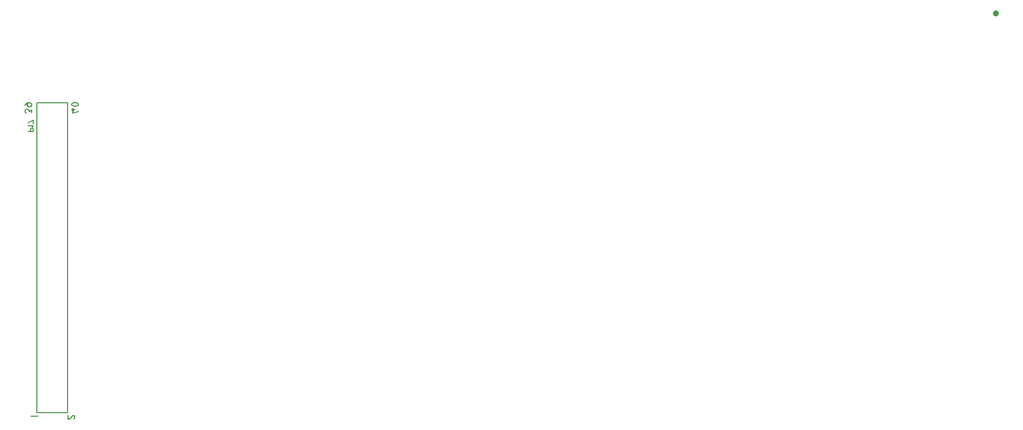
<source format=gbo>
G04*
G04 #@! TF.GenerationSoftware,Altium Limited,Altium Designer,19.1.7 (138)*
G04*
G04 Layer_Color=32896*
%FSLAX44Y44*%
%MOMM*%
G71*
G01*
G75*
%ADD14C,0.2000*%
%ADD82C,0.5000*%
G36*
X454560Y307535D02*
X454797Y307498D01*
X455010Y307448D01*
X455222Y307386D01*
X455422Y307298D01*
X455610Y307211D01*
X455772Y307111D01*
X455934Y307011D01*
X456072Y306911D01*
X456209Y306811D01*
X456310Y306723D01*
X456409Y306636D01*
X456472Y306573D01*
X456534Y306523D01*
X456559Y306486D01*
X456572Y306473D01*
X456734Y306311D01*
X456859Y306136D01*
X456984Y305948D01*
X457084Y305749D01*
X457172Y305548D01*
X457247Y305349D01*
X457297Y305149D01*
X457347Y304949D01*
X457384Y304761D01*
X457409Y304599D01*
X457434Y304436D01*
X457447Y304299D01*
X457459Y304186D01*
Y304036D01*
X457447Y303787D01*
X457434Y303549D01*
X457397Y303312D01*
X457347Y303099D01*
X457222Y302687D01*
X457059Y302312D01*
X456872Y301974D01*
X456659Y301662D01*
X456422Y301400D01*
X456197Y301162D01*
X455960Y300950D01*
X455722Y300787D01*
X455510Y300637D01*
X455322Y300525D01*
X455160Y300437D01*
X455035Y300375D01*
X454985Y300350D01*
X454947Y300337D01*
X454935Y300325D01*
X454922D01*
X454785Y300287D01*
X454660Y300262D01*
X454610Y300250D01*
X454572D01*
X454547D01*
X454535D01*
X454397Y300262D01*
X454272Y300287D01*
X454160Y300337D01*
X454060Y300387D01*
X453985Y300437D01*
X453935Y300487D01*
X453898Y300512D01*
X453885Y300525D01*
X453798Y300637D01*
X453735Y300750D01*
X453685Y300862D01*
X453660Y300962D01*
X453635Y301050D01*
X453623Y301112D01*
Y301175D01*
X453635Y301275D01*
X453648Y301375D01*
X453710Y301537D01*
X453810Y301674D01*
X453910Y301775D01*
X454010Y301862D01*
X454110Y301924D01*
X454173Y301949D01*
X454198Y301962D01*
X454485Y302099D01*
X454722Y302237D01*
X454910Y302387D01*
X455072Y302537D01*
X455185Y302662D01*
X455272Y302762D01*
X455322Y302837D01*
X455335Y302862D01*
X455410Y303037D01*
X455472Y303224D01*
X455510Y303437D01*
X455547Y303636D01*
X455560Y303824D01*
X455572Y303974D01*
Y304111D01*
X455560Y304349D01*
X455510Y304561D01*
X455447Y304749D01*
X455372Y304899D01*
X455285Y305024D01*
X455222Y305111D01*
X455172Y305174D01*
X455160Y305186D01*
X455010Y305324D01*
X454847Y305424D01*
X454685Y305499D01*
X454535Y305548D01*
X454397Y305574D01*
X454297Y305599D01*
X454222D01*
X454210D01*
X454198D01*
X454022Y305586D01*
X453860Y305561D01*
X453710Y305511D01*
X453573Y305448D01*
X453323Y305311D01*
X453110Y305136D01*
X452948Y304961D01*
X452835Y304824D01*
X452785Y304761D01*
X452760Y304711D01*
X452748Y304686D01*
X452735Y304674D01*
X452523Y304311D01*
X452298Y303961D01*
X452073Y303649D01*
X451848Y303349D01*
X451623Y303074D01*
X451398Y302812D01*
X451198Y302587D01*
X450998Y302374D01*
X450811Y302187D01*
X450648Y302024D01*
X450498Y301887D01*
X450373Y301775D01*
X450261Y301687D01*
X450186Y301625D01*
X450136Y301587D01*
X450123Y301574D01*
X449674Y301262D01*
X449211Y300987D01*
X448761Y300762D01*
X448549Y300662D01*
X448336Y300562D01*
X448149Y300487D01*
X447962Y300412D01*
X447812Y300350D01*
X447674Y300300D01*
X447562Y300262D01*
X447487Y300237D01*
X447424Y300212D01*
X447412D01*
X446949Y300100D01*
X446474Y299987D01*
X446025Y299888D01*
X445800Y299837D01*
X445600Y299788D01*
X445412Y299750D01*
X445250Y299713D01*
X445087Y299675D01*
X444962Y299650D01*
X444862Y299625D01*
X444775Y299613D01*
X444725Y299600D01*
X444712D01*
Y306486D01*
X444725Y306648D01*
X444750Y306786D01*
X444800Y306911D01*
X444862Y307023D01*
X444937Y307111D01*
X445012Y307186D01*
X445100Y307248D01*
X445187Y307298D01*
X445362Y307360D01*
X445512Y307398D01*
X445575Y307411D01*
X445625D01*
X445650D01*
X445662D01*
X445825Y307398D01*
X445975Y307373D01*
X446100Y307323D01*
X446199Y307261D01*
X446300Y307198D01*
X446375Y307123D01*
X446437Y307036D01*
X446487Y306948D01*
X446549Y306773D01*
X446587Y306636D01*
X446599Y306573D01*
Y301912D01*
X447024Y302049D01*
X447412Y302199D01*
X447762Y302349D01*
X447912Y302424D01*
X448049Y302487D01*
X448186Y302549D01*
X448299Y302612D01*
X448386Y302662D01*
X448474Y302712D01*
X448536Y302749D01*
X448586Y302774D01*
X448611Y302799D01*
X448624D01*
X448874Y302974D01*
X449124Y303174D01*
X449361Y303387D01*
X449586Y303612D01*
X449811Y303836D01*
X450011Y304074D01*
X450211Y304311D01*
X450386Y304536D01*
X450548Y304749D01*
X450686Y304949D01*
X450823Y305136D01*
X450923Y305299D01*
X451011Y305424D01*
X451073Y305523D01*
X451111Y305586D01*
X451123Y305611D01*
X451348Y305948D01*
X451586Y306248D01*
X451848Y306511D01*
X452110Y306736D01*
X452373Y306923D01*
X452635Y307073D01*
X452898Y307198D01*
X453160Y307311D01*
X453398Y307386D01*
X453610Y307448D01*
X453810Y307486D01*
X453985Y307523D01*
X454123Y307535D01*
X454235Y307548D01*
X454297D01*
X454323D01*
X454560Y307535D01*
D02*
G37*
G36*
X457523Y825807D02*
X457973Y825782D01*
X458398Y825720D01*
X458811Y825658D01*
X459198Y825583D01*
X459560Y825495D01*
X459898Y825408D01*
X460210Y825308D01*
X460485Y825208D01*
X460735Y825120D01*
X460947Y825033D01*
X461135Y824958D01*
X461272Y824895D01*
X461372Y824845D01*
X461435Y824808D01*
X461460Y824795D01*
X461822Y824583D01*
X462135Y824345D01*
X462410Y824108D01*
X462635Y823870D01*
X462834Y823621D01*
X462997Y823383D01*
X463134Y823146D01*
X463247Y822921D01*
X463322Y822708D01*
X463384Y822508D01*
X463434Y822333D01*
X463459Y822184D01*
X463484Y822058D01*
X463497Y821958D01*
Y821721D01*
X463472Y821559D01*
X463397Y821246D01*
X463284Y820946D01*
X463134Y820671D01*
X462959Y820409D01*
X462760Y820172D01*
X462560Y819947D01*
X462347Y819747D01*
X462122Y819572D01*
X461922Y819409D01*
X461722Y819284D01*
X461547Y819159D01*
X461397Y819072D01*
X461285Y819009D01*
X461210Y818972D01*
X461197Y818959D01*
X461185D01*
X460872Y818784D01*
X460547Y818622D01*
X460210Y818484D01*
X459860Y818372D01*
X459523Y818272D01*
X459173Y818197D01*
X458835Y818122D01*
X458523Y818072D01*
X458211Y818035D01*
X457936Y817997D01*
X457686Y817984D01*
X457473Y817960D01*
X457298D01*
X457161Y817947D01*
X457111D01*
X457073D01*
X457061D01*
X457048D01*
X456573Y817960D01*
X456136Y817984D01*
X455711Y818035D01*
X455324Y818097D01*
X454949Y818172D01*
X454612Y818260D01*
X454299Y818347D01*
X454024Y818447D01*
X453774Y818534D01*
X453549Y818622D01*
X453362Y818709D01*
X453212Y818784D01*
X453087Y818847D01*
X452999Y818897D01*
X452937Y818922D01*
X452924Y818934D01*
X452712Y819047D01*
X452512Y819159D01*
X452337Y819272D01*
X452162Y819397D01*
X451850Y819634D01*
X451587Y819884D01*
X451362Y820134D01*
X451175Y820371D01*
X451025Y820609D01*
X450900Y820846D01*
X450812Y821059D01*
X450737Y821259D01*
X450687Y821434D01*
X450650Y821584D01*
X450625Y821709D01*
X450613Y821809D01*
Y821883D01*
X450625Y822046D01*
X450638Y822208D01*
X450713Y822521D01*
X450825Y822821D01*
X450975Y823096D01*
X451150Y823358D01*
X451350Y823596D01*
X451550Y823821D01*
X451775Y824020D01*
X451987Y824208D01*
X452187Y824358D01*
X452387Y824495D01*
X452562Y824608D01*
X452712Y824708D01*
X452825Y824770D01*
X452900Y824808D01*
X452924Y824820D01*
X453224Y824995D01*
X453549Y825145D01*
X453887Y825283D01*
X454224Y825395D01*
X454574Y825495D01*
X454911Y825583D01*
X455249Y825645D01*
X455574Y825695D01*
X455874Y825733D01*
X456161Y825770D01*
X456411Y825795D01*
X456623Y825807D01*
X456799Y825820D01*
X456936D01*
X456986D01*
X457023D01*
X457036D01*
X457048D01*
X457523Y825807D01*
D02*
G37*
G36*
X453737Y815773D02*
X453887Y815748D01*
X454012Y815698D01*
X454112Y815635D01*
X454212Y815573D01*
X454287Y815485D01*
X454349Y815410D01*
X454399Y815323D01*
X454462Y815148D01*
X454499Y814998D01*
X454512Y814935D01*
Y814036D01*
X456436D01*
X456599Y814023D01*
X456749Y813998D01*
X456874Y813948D01*
X456973Y813886D01*
X457073Y813823D01*
X457148Y813736D01*
X457211Y813661D01*
X457261Y813573D01*
X457323Y813398D01*
X457361Y813248D01*
X457373Y813186D01*
Y813098D01*
X457361Y812936D01*
X457336Y812798D01*
X457286Y812673D01*
X457223Y812561D01*
X457161Y812474D01*
X457073Y812399D01*
X456998Y812336D01*
X456911Y812286D01*
X456736Y812224D01*
X456586Y812186D01*
X456524D01*
X456474Y812173D01*
X456449D01*
X456436D01*
X454512D01*
Y808599D01*
X462272Y811336D01*
X462384Y811361D01*
X462497Y811386D01*
X462572D01*
X462584D01*
X462597D01*
X462734Y811374D01*
X462859Y811336D01*
X462972Y811286D01*
X463059Y811236D01*
X463134Y811174D01*
X463197Y811124D01*
X463234Y811086D01*
X463247Y811074D01*
X463334Y810949D01*
X463409Y810836D01*
X463459Y810724D01*
X463484Y810611D01*
X463509Y810524D01*
X463522Y810449D01*
Y810387D01*
X463509Y810274D01*
X463497Y810174D01*
X463422Y809987D01*
X463322Y809849D01*
X463209Y809724D01*
X463084Y809637D01*
X462984Y809587D01*
X462909Y809549D01*
X462897Y809537D01*
X462884D01*
X454399Y806588D01*
X454249Y806537D01*
X454099Y806513D01*
X453962Y806488D01*
X453837Y806462D01*
X453737D01*
X453662Y806450D01*
X453612D01*
X453599D01*
X453424Y806462D01*
X453274Y806475D01*
X453149Y806513D01*
X453037Y806562D01*
X452937Y806612D01*
X452862Y806662D01*
X452799Y806725D01*
X452749Y806800D01*
X452674Y806925D01*
X452637Y807025D01*
X452625Y807112D01*
Y812173D01*
X451625D01*
X451462Y812186D01*
X451312Y812211D01*
X451187Y812261D01*
X451087Y812324D01*
X450988Y812386D01*
X450913Y812461D01*
X450850Y812548D01*
X450800Y812636D01*
X450737Y812811D01*
X450700Y812948D01*
Y813011D01*
X450687Y813061D01*
Y813098D01*
X450700Y813261D01*
X450725Y813411D01*
X450775Y813536D01*
X450838Y813636D01*
X450900Y813736D01*
X450988Y813811D01*
X451075Y813873D01*
X451162Y813923D01*
X451325Y813986D01*
X451475Y814023D01*
X451537Y814036D01*
X451587D01*
X451612D01*
X451625D01*
X452625D01*
Y814835D01*
X452637Y814998D01*
X452662Y815148D01*
X452712Y815273D01*
X452775Y815385D01*
X452850Y815473D01*
X452924Y815548D01*
X453012Y815623D01*
X453099Y815673D01*
X453274Y815735D01*
X453424Y815773D01*
X453487Y815785D01*
X453537D01*
X453562D01*
X453574D01*
X453737Y815773D01*
D02*
G37*
G36*
X395424Y306649D02*
X395562Y306625D01*
X395687Y306574D01*
X395799Y306512D01*
X395887Y306450D01*
X395962Y306362D01*
X396024Y306287D01*
X396074Y306200D01*
X396137Y306025D01*
X396174Y305875D01*
X396187Y305812D01*
Y305725D01*
X396174Y305562D01*
X396149Y305425D01*
X396099Y305300D01*
X396037Y305187D01*
X395974Y305100D01*
X395899Y305025D01*
X395812Y304963D01*
X395724Y304912D01*
X395549Y304850D01*
X395412Y304813D01*
X395350D01*
X395299Y304800D01*
X395275D01*
X395262D01*
X384315D01*
X384152Y304813D01*
X384015Y304837D01*
X383890Y304888D01*
X383777Y304950D01*
X383690Y305012D01*
X383615Y305087D01*
X383553Y305175D01*
X383503Y305262D01*
X383440Y305437D01*
X383402Y305575D01*
Y305637D01*
X383390Y305687D01*
Y305725D01*
X383402Y305887D01*
X383428Y306037D01*
X383478Y306162D01*
X383540Y306262D01*
X383602Y306362D01*
X383677Y306437D01*
X383765Y306500D01*
X383852Y306550D01*
X384027Y306612D01*
X384165Y306649D01*
X384227Y306662D01*
X384277D01*
X384302D01*
X384315D01*
X395262D01*
X395424Y306649D01*
D02*
G37*
G36*
X381428Y825620D02*
X381803Y825583D01*
X382165Y825533D01*
X382503Y825470D01*
X382815Y825395D01*
X383102Y825295D01*
X383365Y825208D01*
X383602Y825108D01*
X383827Y825008D01*
X384015Y824920D01*
X384177Y824833D01*
X384302Y824745D01*
X384415Y824683D01*
X384490Y824633D01*
X384540Y824595D01*
X384552Y824583D01*
X384840Y824345D01*
X385102Y824083D01*
X385327Y823796D01*
X385514Y823508D01*
X385677Y823221D01*
X385814Y822933D01*
X385914Y822646D01*
X386002Y822358D01*
X386077Y822096D01*
X386127Y821859D01*
X386164Y821634D01*
X386189Y821446D01*
X386202Y821284D01*
X386214Y821171D01*
Y821071D01*
X386202Y820734D01*
X386152Y820421D01*
X386089Y820122D01*
X386002Y819834D01*
X385902Y819572D01*
X385789Y819322D01*
X385664Y819109D01*
X385539Y818897D01*
X385414Y818722D01*
X385289Y818559D01*
X385177Y818422D01*
X385077Y818309D01*
X384990Y818222D01*
X384927Y818159D01*
X384877Y818122D01*
X384865Y818110D01*
X384602Y817910D01*
X384327Y817747D01*
X384052Y817597D01*
X383765Y817472D01*
X383477Y817360D01*
X383190Y817272D01*
X382915Y817197D01*
X382653Y817135D01*
X382403Y817085D01*
X382165Y817060D01*
X381965Y817035D01*
X381790Y817010D01*
X381640D01*
X381528Y816997D01*
X381465D01*
X381440D01*
X381078Y817010D01*
X380728Y817047D01*
X380416Y817097D01*
X380116Y817172D01*
X379828Y817247D01*
X379578Y817347D01*
X379341Y817447D01*
X379141Y817547D01*
X378954Y817647D01*
X378791Y817747D01*
X378654Y817847D01*
X378529Y817922D01*
X378441Y817997D01*
X378379Y818047D01*
X378341Y818084D01*
X378329Y818097D01*
X378129Y818309D01*
X377966Y818547D01*
X377816Y818784D01*
X377691Y819047D01*
X377579Y819297D01*
X377491Y819559D01*
X377416Y819809D01*
X377354Y820046D01*
X377304Y820272D01*
X377279Y820484D01*
X377254Y820684D01*
X377229Y820846D01*
Y820984D01*
X377216Y821084D01*
Y821171D01*
X377229Y821396D01*
X377242Y821609D01*
X377267Y821809D01*
X377304Y821996D01*
X377341Y822159D01*
X377392Y822308D01*
X377441Y822458D01*
X377491Y822583D01*
X377541Y822683D01*
X377579Y822783D01*
X377629Y822858D01*
X377666Y822933D01*
X377704Y822983D01*
X377729Y823021D01*
X377754Y823033D01*
Y823046D01*
X377454Y822783D01*
X377179Y822546D01*
X376942Y822321D01*
X376729Y822121D01*
X376554Y821958D01*
X376429Y821834D01*
X376379Y821796D01*
X376342Y821759D01*
X376329Y821746D01*
X376317Y821734D01*
X376054Y821459D01*
X375792Y821171D01*
X375554Y820859D01*
X375342Y820571D01*
X375242Y820446D01*
X375154Y820321D01*
X375067Y820209D01*
X375005Y820109D01*
X374955Y820034D01*
X374917Y819971D01*
X374892Y819934D01*
X374880Y819922D01*
X374805Y819797D01*
X374705Y819709D01*
X374580Y819647D01*
X374467Y819609D01*
X374367Y819584D01*
X374280Y819559D01*
X374217D01*
X374192D01*
X374055Y819572D01*
X373930Y819597D01*
X373817Y819647D01*
X373717Y819697D01*
X373630Y819734D01*
X373568Y819784D01*
X373530Y819809D01*
X373517Y819822D01*
X373418Y819922D01*
X373343Y820034D01*
X373293Y820146D01*
X373255Y820247D01*
X373230Y820334D01*
X373218Y820409D01*
Y820471D01*
X373230Y820559D01*
X373242Y820646D01*
X373293Y820796D01*
X373317Y820846D01*
X373330Y820896D01*
X373355Y820921D01*
Y820934D01*
X373568Y821284D01*
X373792Y821609D01*
X374005Y821908D01*
X374217Y822196D01*
X374430Y822458D01*
X374630Y822696D01*
X374830Y822921D01*
X375017Y823121D01*
X375179Y823296D01*
X375342Y823446D01*
X375480Y823571D01*
X375592Y823683D01*
X375692Y823758D01*
X375754Y823821D01*
X375804Y823858D01*
X375817Y823870D01*
X376292Y824208D01*
X376792Y824495D01*
X377291Y824733D01*
X377529Y824845D01*
X377754Y824945D01*
X377966Y825020D01*
X378166Y825095D01*
X378341Y825158D01*
X378491Y825220D01*
X378616Y825258D01*
X378704Y825283D01*
X378754Y825308D01*
X378779D01*
X379203Y825420D01*
X379603Y825495D01*
X379991Y825558D01*
X380166Y825570D01*
X380328Y825595D01*
X380478Y825608D01*
X380616Y825620D01*
X380728D01*
X380841Y825633D01*
X380916D01*
X380978D01*
X381016D01*
X381028D01*
X381428Y825620D01*
D02*
G37*
G36*
X378241Y814535D02*
X378566Y814510D01*
X378879Y814473D01*
X379179Y814410D01*
X379453Y814335D01*
X379716Y814248D01*
X379966Y814148D01*
X380203Y814036D01*
X380416Y813911D01*
X380616Y813786D01*
X380803Y813648D01*
X380978Y813511D01*
X381141Y813361D01*
X381291Y813211D01*
X381540Y812911D01*
X381753Y812598D01*
X381928Y812299D01*
X382065Y812024D01*
X382178Y811774D01*
X382240Y811561D01*
X382278Y811474D01*
X382290Y811399D01*
X382315Y811349D01*
Y811299D01*
X382328Y811274D01*
Y811261D01*
X384377Y813361D01*
X384515Y813486D01*
X384640Y813598D01*
X384752Y813686D01*
X384865Y813773D01*
X384952Y813848D01*
X385039Y813898D01*
X385202Y813986D01*
X385314Y814036D01*
X385402Y814061D01*
X385452Y814073D01*
X385464D01*
X385564Y814061D01*
X385652Y814048D01*
X385789Y813961D01*
X385889Y813848D01*
X385952Y813723D01*
X386002Y813598D01*
X386014Y813486D01*
X386027Y813398D01*
Y813373D01*
X386002Y807875D01*
X385989Y807712D01*
X385964Y807575D01*
X385914Y807462D01*
X385852Y807350D01*
X385789Y807262D01*
X385702Y807200D01*
X385627Y807137D01*
X385539Y807087D01*
X385364Y807025D01*
X385215Y806987D01*
X385152D01*
X385102Y806975D01*
X385077D01*
X385065D01*
X384902Y806987D01*
X384765Y807012D01*
X384640Y807062D01*
X384527Y807112D01*
X384440Y807187D01*
X384365Y807262D01*
X384302Y807350D01*
X384252Y807437D01*
X384190Y807600D01*
X384152Y807750D01*
Y807800D01*
X384140Y807850D01*
Y810824D01*
X382303Y809099D01*
X382215Y808987D01*
X382140Y808874D01*
X382053Y808787D01*
X381978Y808712D01*
X381828Y808587D01*
X381703Y808512D01*
X381590Y808462D01*
X381503Y808437D01*
X381453Y808425D01*
X381428D01*
X381328Y808437D01*
X381228Y808462D01*
X381141Y808500D01*
X381053Y808549D01*
X380991Y808599D01*
X380941Y808637D01*
X380916Y808662D01*
X380903Y808674D01*
X380828Y808774D01*
X380766Y808874D01*
X380716Y808987D01*
X380678Y809087D01*
X380666Y809162D01*
X380653Y809237D01*
X380641Y809287D01*
Y809299D01*
X380628Y809512D01*
X380616Y809699D01*
X380603Y809887D01*
X380591Y810049D01*
X380578Y810186D01*
Y810286D01*
X380566Y810349D01*
Y810374D01*
X380491Y810724D01*
X380403Y811049D01*
X380291Y811311D01*
X380191Y811549D01*
X380078Y811724D01*
X380041Y811799D01*
X379991Y811849D01*
X379966Y811899D01*
X379941Y811936D01*
X379916Y811949D01*
Y811961D01*
X379778Y812099D01*
X379641Y812211D01*
X379478Y812311D01*
X379316Y812399D01*
X379154Y812474D01*
X378979Y812536D01*
X378654Y812623D01*
X378491Y812661D01*
X378354Y812686D01*
X378229Y812698D01*
X378116Y812711D01*
X378016Y812723D01*
X377954D01*
X377904D01*
X377891D01*
X377654Y812711D01*
X377429Y812686D01*
X377216Y812648D01*
X377017Y812598D01*
X376829Y812536D01*
X376654Y812474D01*
X376492Y812399D01*
X376342Y812324D01*
X376204Y812249D01*
X376092Y812173D01*
X375979Y812111D01*
X375904Y812049D01*
X375829Y811999D01*
X375779Y811961D01*
X375754Y811936D01*
X375742Y811924D01*
X375642Y811799D01*
X375554Y811674D01*
X375405Y811411D01*
X375304Y811161D01*
X375229Y810911D01*
X375192Y810686D01*
X375167Y810599D01*
Y810524D01*
X375154Y810449D01*
Y810361D01*
X375167Y810112D01*
X375205Y809887D01*
X375267Y809674D01*
X375330Y809512D01*
X375379Y809362D01*
X375442Y809262D01*
X375480Y809199D01*
X375492Y809174D01*
X375704Y808937D01*
X375917Y808737D01*
X376129Y808575D01*
X376317Y808449D01*
X376492Y808350D01*
X376617Y808287D01*
X376667Y808262D01*
X376704Y808250D01*
X376729Y808237D01*
X376742D01*
X376879Y808187D01*
X376992Y808137D01*
X377091Y808075D01*
X377179Y808012D01*
X377254Y807937D01*
X377317Y807875D01*
X377404Y807725D01*
X377467Y807587D01*
X377491Y807475D01*
X377504Y807400D01*
Y807375D01*
X377491Y807237D01*
X377467Y807125D01*
X377429Y807012D01*
X377379Y806912D01*
X377329Y806837D01*
X377291Y806775D01*
X377267Y806737D01*
X377254Y806725D01*
X377154Y806637D01*
X377042Y806562D01*
X376942Y806513D01*
X376842Y806488D01*
X376742Y806462D01*
X376667Y806450D01*
X376617D01*
X376604D01*
X376479Y806462D01*
X376367Y806475D01*
X376317Y806488D01*
X376279D01*
X376254Y806500D01*
X376242D01*
X375979Y806600D01*
X375729Y806700D01*
X375504Y806812D01*
X375280Y806937D01*
X375080Y807075D01*
X374892Y807200D01*
X374717Y807337D01*
X374567Y807462D01*
X374430Y807587D01*
X374305Y807700D01*
X374205Y807800D01*
X374117Y807900D01*
X374055Y807975D01*
X374005Y808025D01*
X373980Y808062D01*
X373967Y808075D01*
X373830Y808275D01*
X373717Y808475D01*
X373617Y808674D01*
X373530Y808874D01*
X373467Y809074D01*
X373405Y809262D01*
X373317Y809624D01*
X373280Y809787D01*
X373255Y809937D01*
X373242Y810062D01*
X373230Y810186D01*
X373218Y810274D01*
Y810399D01*
X373230Y810711D01*
X373268Y810999D01*
X373330Y811286D01*
X373405Y811549D01*
X373493Y811799D01*
X373592Y812036D01*
X373705Y812249D01*
X373817Y812449D01*
X373917Y812636D01*
X374030Y812786D01*
X374130Y812923D01*
X374217Y813036D01*
X374292Y813123D01*
X374355Y813198D01*
X374392Y813236D01*
X374405Y813248D01*
X374667Y813473D01*
X374930Y813673D01*
X375217Y813848D01*
X375504Y813998D01*
X375804Y814123D01*
X376092Y814236D01*
X376379Y814323D01*
X376642Y814386D01*
X376904Y814436D01*
X377141Y814485D01*
X377354Y814510D01*
X377529Y814523D01*
X377679Y814535D01*
X377791Y814548D01*
X377866D01*
X377891D01*
X378241Y814535D01*
D02*
G37*
%LPC*%
G36*
X457236Y823996D02*
X457148D01*
X457086D01*
X457061D01*
X456724D01*
X456386Y823970D01*
X456074Y823945D01*
X455774Y823908D01*
X455499Y823858D01*
X455236Y823808D01*
X454999Y823758D01*
X454774Y823708D01*
X454574Y823658D01*
X454399Y823608D01*
X454249Y823558D01*
X454124Y823508D01*
X454024Y823471D01*
X453949Y823446D01*
X453899Y823433D01*
X453887Y823421D01*
X453637Y823308D01*
X453424Y823183D01*
X453249Y823058D01*
X453087Y822921D01*
X452949Y822796D01*
X452837Y822671D01*
X452749Y822546D01*
X452674Y822421D01*
X452612Y822308D01*
X452575Y822208D01*
X452537Y822109D01*
X452525Y822033D01*
X452512Y821958D01*
X452500Y821908D01*
Y821871D01*
X452512Y821696D01*
X452562Y821534D01*
X452625Y821384D01*
X452712Y821234D01*
X452825Y821109D01*
X452937Y820971D01*
X453187Y820759D01*
X453437Y820584D01*
X453562Y820509D01*
X453662Y820459D01*
X453749Y820409D01*
X453812Y820371D01*
X453862Y820359D01*
X453874Y820346D01*
X454124Y820247D01*
X454387Y820159D01*
X454924Y820022D01*
X455449Y819922D01*
X455711Y819884D01*
X455949Y819859D01*
X456174Y819834D01*
X456386Y819809D01*
X456573Y819797D01*
X456736D01*
X456874Y819784D01*
X456961D01*
X457023D01*
X457048D01*
X457386D01*
X457711Y819809D01*
X458023Y819834D01*
X458311Y819859D01*
X458586Y819909D01*
X458835Y819947D01*
X459060Y819996D01*
X459273Y820046D01*
X459460Y820084D01*
X459623Y820134D01*
X459760Y820184D01*
X459885Y820221D01*
X459973Y820247D01*
X460048Y820272D01*
X460085Y820296D01*
X460098D01*
X460360Y820421D01*
X460597Y820546D01*
X460798Y820671D01*
X460972Y820809D01*
X461122Y820934D01*
X461235Y821071D01*
X461335Y821196D01*
X461422Y821321D01*
X461485Y821434D01*
X461535Y821534D01*
X461560Y821634D01*
X461585Y821709D01*
X461597Y821784D01*
X461610Y821834D01*
Y821871D01*
X461597Y822046D01*
X461547Y822208D01*
X461485Y822371D01*
X461397Y822521D01*
X461297Y822658D01*
X461172Y822783D01*
X460922Y823008D01*
X460672Y823183D01*
X460560Y823258D01*
X460448Y823308D01*
X460360Y823358D01*
X460298Y823396D01*
X460248Y823408D01*
X460235Y823421D01*
X459985Y823521D01*
X459723Y823608D01*
X459185Y823758D01*
X458661Y823858D01*
X458398Y823895D01*
X458161Y823921D01*
X457923Y823945D01*
X457723Y823970D01*
X457536Y823983D01*
X457373D01*
X457236Y823996D01*
D02*
G37*
G36*
X381815Y823646D02*
X381765D01*
X381728D01*
X381715D01*
X381515Y823633D01*
X381328Y823608D01*
X381141Y823583D01*
X380966Y823533D01*
X380653Y823408D01*
X380516Y823346D01*
X380378Y823283D01*
X380266Y823208D01*
X380166Y823146D01*
X380078Y823083D01*
X380003Y823021D01*
X379941Y822971D01*
X379903Y822946D01*
X379878Y822921D01*
X379866Y822908D01*
X379728Y822771D01*
X379616Y822621D01*
X379516Y822483D01*
X379428Y822333D01*
X379353Y822184D01*
X379291Y822033D01*
X379203Y821759D01*
X379141Y821521D01*
X379128Y821421D01*
X379116Y821334D01*
X379104Y821259D01*
Y821159D01*
X379116Y820984D01*
X379128Y820821D01*
X379216Y820509D01*
X379316Y820221D01*
X379453Y819984D01*
X379578Y819784D01*
X379628Y819709D01*
X379678Y819647D01*
X379728Y819597D01*
X379766Y819559D01*
X379778Y819534D01*
X379791Y819522D01*
X379928Y819397D01*
X380053Y819297D01*
X380203Y819209D01*
X380341Y819122D01*
X380616Y818997D01*
X380878Y818922D01*
X381103Y818872D01*
X381190Y818859D01*
X381278Y818847D01*
X381353Y818834D01*
X381403D01*
X381428D01*
X381440D01*
X381653Y818847D01*
X381865Y818859D01*
X382240Y818934D01*
X382590Y819034D01*
X382740Y819084D01*
X382878Y819147D01*
X383003Y819197D01*
X383115Y819259D01*
X383215Y819309D01*
X383290Y819347D01*
X383352Y819397D01*
X383402Y819422D01*
X383427Y819434D01*
X383440Y819447D01*
X383602Y819572D01*
X383727Y819709D01*
X383852Y819834D01*
X383952Y819971D01*
X384040Y820109D01*
X384115Y820247D01*
X384165Y820384D01*
X384215Y820509D01*
X384277Y820734D01*
X384302Y820821D01*
X384315Y820909D01*
X384327Y820971D01*
Y821071D01*
X384315Y821271D01*
X384290Y821459D01*
X384252Y821634D01*
X384215Y821809D01*
X384090Y822109D01*
X383952Y822371D01*
X383877Y822496D01*
X383802Y822596D01*
X383740Y822683D01*
X383690Y822746D01*
X383640Y822808D01*
X383602Y822846D01*
X383577Y822871D01*
X383565Y822883D01*
X383415Y823021D01*
X383265Y823133D01*
X383115Y823233D01*
X382952Y823321D01*
X382803Y823396D01*
X382640Y823458D01*
X382353Y823546D01*
X382228Y823583D01*
X382103Y823608D01*
X381990Y823621D01*
X381903Y823633D01*
X381815Y823646D01*
D02*
G37*
%LPD*%
D14*
X393600Y824540D02*
X444400D01*
Y311460D02*
Y824540D01*
X393600Y311460D02*
Y824540D01*
Y311460D02*
X444400D01*
X383539Y777000D02*
Y780428D01*
X383920Y781570D01*
X384300Y781951D01*
X385062Y782332D01*
X386205D01*
X386967Y781951D01*
X387347Y781570D01*
X387728Y780428D01*
Y777000D01*
X379730D01*
X386205Y784122D02*
X386586Y784884D01*
X387728Y786027D01*
X379730D01*
X387728Y795320D02*
X379730Y791511D01*
X387728Y789988D02*
Y795320D01*
D82*
X1983000Y972500D02*
G03*
X1983000Y972500I-2500J0D01*
G01*
M02*

</source>
